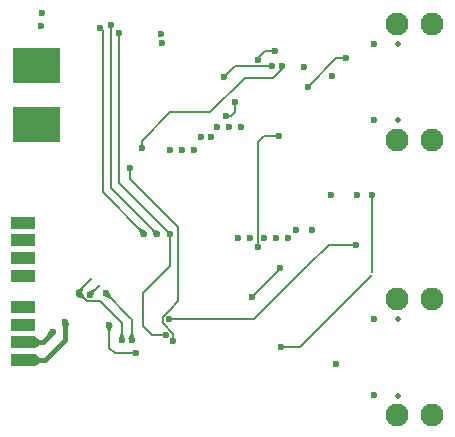
<source format=gbr>
G04 #@! TF.GenerationSoftware,KiCad,Pcbnew,9.0.2*
G04 #@! TF.CreationDate,2025-09-03T18:49:59+02:00*
G04 #@! TF.ProjectId,Afterburner_Nano,41667465-7262-4757-926e-65725f4e616e,rev?*
G04 #@! TF.SameCoordinates,Original*
G04 #@! TF.FileFunction,Copper,L4,Bot*
G04 #@! TF.FilePolarity,Positive*
%FSLAX46Y46*%
G04 Gerber Fmt 4.6, Leading zero omitted, Abs format (unit mm)*
G04 Created by KiCad (PCBNEW 9.0.2) date 2025-09-03 18:49:59*
%MOMM*%
%LPD*%
G01*
G04 APERTURE LIST*
G04 Aperture macros list*
%AMFreePoly0*
4,1,5,0.500000,-0.500000,-0.500000,-0.500000,-0.500000,0.500000,0.500000,0.500000,0.500000,-0.500000,0.500000,-0.500000,$1*%
G04 Aperture macros list end*
G04 #@! TA.AperFunction,ComponentPad*
%ADD10C,1.950000*%
G04 #@! TD*
G04 #@! TA.AperFunction,ComponentPad*
%ADD11C,0.510000*%
G04 #@! TD*
G04 #@! TA.AperFunction,ComponentPad*
%ADD12FreePoly0,0.000000*%
G04 #@! TD*
G04 #@! TA.AperFunction,ComponentPad*
%ADD13R,2.000000X1.000000*%
G04 #@! TD*
G04 #@! TA.AperFunction,ViaPad*
%ADD14C,0.600000*%
G04 #@! TD*
G04 #@! TA.AperFunction,Conductor*
%ADD15C,0.150000*%
G04 #@! TD*
G04 #@! TA.AperFunction,Conductor*
%ADD16C,0.200000*%
G04 #@! TD*
G04 #@! TA.AperFunction,Conductor*
%ADD17C,0.400000*%
G04 #@! TD*
G04 APERTURE END LIST*
D10*
X207550000Y-29295000D03*
X210550000Y-29295000D03*
X210550000Y-19505000D03*
X207550000Y-19505000D03*
D11*
X207650000Y-27650000D03*
X207650000Y-21150000D03*
D10*
X207550000Y-52600000D03*
X210550000Y-52600000D03*
X210550000Y-42810000D03*
X207550000Y-42810000D03*
D11*
X207650000Y-50955000D03*
X207650000Y-44455000D03*
D12*
X175500000Y-27000000D03*
X175500000Y-28000000D03*
X175500000Y-29000000D03*
X176500000Y-27000000D03*
X176500000Y-28000000D03*
X176500000Y-29000000D03*
X177500000Y-27000000D03*
X177500000Y-28000000D03*
X177500000Y-29000000D03*
X178500000Y-27000000D03*
X178500000Y-28000000D03*
X178500000Y-29000000D03*
X175500000Y-22000000D03*
X175500000Y-23000000D03*
X175500000Y-24000000D03*
X176500000Y-22000000D03*
X176500000Y-23000000D03*
X176500000Y-24000000D03*
X177500000Y-22000000D03*
X177500000Y-23000000D03*
X177500000Y-24000000D03*
X178500000Y-22000000D03*
X178500000Y-23000000D03*
X178500000Y-24000000D03*
D13*
X175850000Y-43450000D03*
X175850000Y-44950000D03*
X175850000Y-46450000D03*
X175850000Y-47950000D03*
X175850000Y-36300000D03*
X175850000Y-37800000D03*
X175850000Y-39300000D03*
X175850000Y-40800000D03*
D14*
X202068500Y-23895000D03*
X201960000Y-33960000D03*
X196290000Y-37620000D03*
X205594500Y-44505000D03*
X199020000Y-36890000D03*
X192330000Y-28170000D03*
X195060000Y-37620000D03*
X202410000Y-48270000D03*
X200350000Y-36920000D03*
X205594500Y-21200000D03*
X188350000Y-30150000D03*
X193330000Y-28170000D03*
X198300000Y-37620000D03*
X194330000Y-28170000D03*
X205594500Y-27600000D03*
X197300000Y-37620000D03*
X192330000Y-28180000D03*
X190350000Y-30150000D03*
X189350000Y-30150000D03*
X205594500Y-50905000D03*
X199650000Y-23100000D03*
X190920000Y-29050000D03*
X194060000Y-37620000D03*
X191800000Y-29020000D03*
X204090000Y-38180000D03*
X188245000Y-44505000D03*
X185080000Y-46240000D03*
X182918902Y-42300000D03*
X180620000Y-42300000D03*
X184260000Y-46250000D03*
X181515000Y-42425000D03*
X204120000Y-33970000D03*
X205400000Y-33950000D03*
X197733847Y-46827998D03*
X185960000Y-29970000D03*
X197780000Y-23040000D03*
X197550000Y-29010000D03*
X195750000Y-38390000D03*
X203268500Y-22395000D03*
X200000000Y-24800000D03*
X197250000Y-21750000D03*
X195749999Y-22500000D03*
X193800000Y-26125002D03*
X193040000Y-27250000D03*
X192900000Y-23950000D03*
X196950000Y-23050000D03*
X177440000Y-19630000D03*
X187566731Y-20358600D03*
X187680000Y-21100000D03*
X177450000Y-18600000D03*
X188590002Y-46290002D03*
X184900000Y-31680000D03*
X178450000Y-45550000D03*
X179450000Y-44750000D03*
X183170000Y-44940000D03*
X185470000Y-47370000D03*
X183350000Y-19590000D03*
X187260000Y-37290000D03*
X186160000Y-37260000D03*
X182360000Y-19810000D03*
X187990000Y-45840000D03*
X184020000Y-20250000D03*
X188340000Y-37280000D03*
X197600000Y-40190000D03*
X195230000Y-42640000D03*
D15*
X195425000Y-44505000D02*
X199930000Y-40000000D01*
X201750000Y-38180000D02*
X204050000Y-38180000D01*
X199930000Y-40000000D02*
X201750000Y-38180000D01*
X188245000Y-44505000D02*
X195425000Y-44505000D01*
D16*
X184959451Y-46119451D02*
X185095110Y-45983792D01*
D15*
X185080000Y-46240000D02*
X184959451Y-46119451D01*
D16*
X184959451Y-44340549D02*
X182918902Y-42300000D01*
X185095110Y-45983792D02*
X185095110Y-44476208D01*
X185095110Y-44476208D02*
X184959451Y-44340549D01*
X182406000Y-42976000D02*
X181286768Y-42976000D01*
D15*
X180620000Y-42070000D02*
X180620000Y-42300000D01*
D16*
X184260000Y-44830000D02*
X182406000Y-42976000D01*
D15*
X181710000Y-40980000D02*
X180620000Y-42070000D01*
X180620000Y-42300000D02*
X180620000Y-42640000D01*
D16*
X181286768Y-42976000D02*
X180620000Y-42309232D01*
X184260000Y-46250000D02*
X184260000Y-44830000D01*
X180620000Y-42309232D02*
X180620000Y-42300000D01*
D15*
X181515000Y-42425000D02*
X181525000Y-42425000D01*
X182360000Y-41580000D02*
X181515000Y-42425000D01*
X205430000Y-40740000D02*
X199350000Y-46820000D01*
X205400000Y-33950000D02*
X205400000Y-40460000D01*
X199350000Y-46820000D02*
X197730000Y-46820000D01*
X188360000Y-26980000D02*
X191690000Y-26980000D01*
X197780000Y-23310000D02*
X197780000Y-23040000D01*
X197070000Y-24020000D02*
X197780000Y-23310000D01*
X194650000Y-24020000D02*
X197070000Y-24020000D01*
X185960000Y-29380000D02*
X188360000Y-26980000D01*
X185960000Y-29970000D02*
X185960000Y-29380000D01*
X191690000Y-26980000D02*
X194650000Y-24020000D01*
X196250000Y-29010000D02*
X197550000Y-29010000D01*
X195750000Y-29510000D02*
X196250000Y-29010000D01*
X195750000Y-38390000D02*
X195750000Y-29510000D01*
X200000000Y-24800000D02*
X202405000Y-22395000D01*
X202405000Y-22395000D02*
X203268500Y-22395000D01*
X195749999Y-22500000D02*
X195749999Y-22350001D01*
X197250000Y-21750000D02*
X197300000Y-21750000D01*
X196350000Y-21750000D02*
X197250000Y-21750000D01*
X195749999Y-22350001D02*
X196350000Y-21750000D01*
X193800000Y-26970000D02*
X193800000Y-26125002D01*
X193520000Y-27250000D02*
X193800000Y-26970000D01*
X193040000Y-27250000D02*
X193520000Y-27250000D01*
X196950000Y-23050000D02*
X193800000Y-23050000D01*
X193800000Y-23050000D02*
X192900000Y-23950000D01*
X184960000Y-31740000D02*
X184900000Y-31680000D01*
X188590002Y-45696125D02*
X188590002Y-46290002D01*
X188311123Y-43695000D02*
X187719000Y-44287123D01*
X189040000Y-42970000D02*
X188315000Y-43695000D01*
X187719000Y-44825123D02*
X188590002Y-45696125D01*
X188315000Y-43695000D02*
X188311123Y-43695000D01*
X184960000Y-32590000D02*
X184960000Y-31740000D01*
X187719000Y-44287123D02*
X187719000Y-44825123D01*
X189040000Y-36670000D02*
X189040000Y-42970000D01*
X184960000Y-32590000D02*
X189040000Y-36670000D01*
D17*
X177550000Y-46450000D02*
X178450000Y-45550000D01*
X175850000Y-46450000D02*
X177550000Y-46450000D01*
X179450000Y-44750000D02*
X179450000Y-46210000D01*
X177710000Y-47950000D02*
X175850000Y-47950000D01*
X179450000Y-46210000D02*
X177710000Y-47950000D01*
D15*
X183630000Y-47370000D02*
X183170000Y-46910000D01*
X185520000Y-47370000D02*
X185470000Y-47370000D01*
X185470000Y-47370000D02*
X183630000Y-47370000D01*
X183170000Y-46910000D02*
X183170000Y-44940000D01*
X183350000Y-33380000D02*
X183350000Y-19590000D01*
X187260000Y-37290000D02*
X183350000Y-33380000D01*
X182620000Y-33720000D02*
X182620000Y-20040000D01*
X186160000Y-37260000D02*
X182620000Y-33720000D01*
X182620000Y-20040000D02*
X182390000Y-19810000D01*
X182390000Y-19810000D02*
X182360000Y-19810000D01*
X184020000Y-32960000D02*
X188340000Y-37280000D01*
X186010000Y-45060000D02*
X186010000Y-42290000D01*
X184020000Y-20250000D02*
X184020000Y-32960000D01*
X186010000Y-42290000D02*
X188340000Y-39960000D01*
X188340000Y-39960000D02*
X188340000Y-37280000D01*
X187990000Y-45840000D02*
X186790000Y-45840000D01*
X186790000Y-45840000D02*
X186010000Y-45060000D01*
D16*
X197600000Y-40190000D02*
X197600000Y-40270000D01*
X197600000Y-40270000D02*
X195230000Y-42640000D01*
G04 #@! TA.AperFunction,Conductor*
G36*
X183173246Y-42144116D02*
G01*
X183174095Y-42145626D01*
X183245982Y-42299293D01*
X183365693Y-42555193D01*
X183406324Y-42642046D01*
X183406725Y-42650992D01*
X183403999Y-42655277D01*
X183274179Y-42785097D01*
X183265906Y-42788524D01*
X183260949Y-42787422D01*
X183110330Y-42716961D01*
X182764528Y-42555193D01*
X182758487Y-42548583D01*
X182758888Y-42539637D01*
X182759737Y-42538127D01*
X182916887Y-42301263D01*
X182920165Y-42297985D01*
X183157029Y-42140834D01*
X183165817Y-42139116D01*
X183173246Y-42144116D01*
G37*
G04 #@! TD.AperFunction*
G04 #@! TA.AperFunction,Conductor*
G36*
X185194959Y-45649191D02*
G01*
X185197782Y-45653754D01*
X185370038Y-46168919D01*
X185369412Y-46177852D01*
X185362652Y-46183725D01*
X185361262Y-46184097D01*
X185082320Y-46240530D01*
X185077680Y-46240530D01*
X184799408Y-46184233D01*
X184791979Y-46179233D01*
X184790260Y-46170445D01*
X184790831Y-46168506D01*
X184991988Y-45653754D01*
X184992202Y-45653204D01*
X184998405Y-45646747D01*
X185003099Y-45645764D01*
X185186686Y-45645764D01*
X185194959Y-45649191D01*
G37*
G04 #@! TD.AperFunction*
G04 #@! TA.AperFunction,Conductor*
G36*
X180849039Y-41749647D02*
G01*
X180943979Y-41844587D01*
X180947406Y-41852860D01*
X180947381Y-41853626D01*
X180915107Y-42345252D01*
X180911145Y-42353283D01*
X180902666Y-42356161D01*
X180901181Y-42355967D01*
X180624088Y-42301647D01*
X180616630Y-42296694D01*
X180459268Y-42059510D01*
X180457549Y-42050722D01*
X180461740Y-42043881D01*
X180833494Y-41748756D01*
X180842102Y-41746296D01*
X180849039Y-41749647D01*
G37*
G04 #@! TD.AperFunction*
G04 #@! TA.AperFunction,Conductor*
G36*
X180626482Y-42310377D02*
G01*
X180629740Y-42313635D01*
X180781328Y-42541412D01*
X180783059Y-42550198D01*
X180779811Y-42556217D01*
X180698418Y-42636623D01*
X180690195Y-42640000D01*
X180549805Y-42640000D01*
X180541583Y-42636624D01*
X180460189Y-42556218D01*
X180456711Y-42547965D01*
X180458669Y-42541415D01*
X180610260Y-42313634D01*
X180617696Y-42308646D01*
X180626482Y-42310377D01*
G37*
G04 #@! TD.AperFunction*
G04 #@! TA.AperFunction,Conductor*
G36*
X180874221Y-42144197D02*
G01*
X180875122Y-42145821D01*
X181102924Y-42646710D01*
X181103230Y-42655660D01*
X181100547Y-42659827D01*
X180970728Y-42789646D01*
X180962455Y-42793073D01*
X180957383Y-42791916D01*
X180465430Y-42555262D01*
X180459460Y-42548588D01*
X180459959Y-42539647D01*
X180460753Y-42538251D01*
X180617985Y-42301263D01*
X180621263Y-42297985D01*
X180858006Y-42140915D01*
X180866792Y-42139197D01*
X180874221Y-42144197D01*
G37*
G04 #@! TD.AperFunction*
G04 #@! TA.AperFunction,Conductor*
G36*
X184360070Y-45659191D02*
G01*
X184362796Y-45663476D01*
X184549608Y-46178709D01*
X184549207Y-46187655D01*
X184542597Y-46193696D01*
X184540929Y-46194165D01*
X184262320Y-46250530D01*
X184257680Y-46250530D01*
X183979070Y-46194165D01*
X183971641Y-46189165D01*
X183969922Y-46180377D01*
X183970387Y-46178720D01*
X184157204Y-45663476D01*
X184163245Y-45656866D01*
X184168203Y-45655764D01*
X184351797Y-45655764D01*
X184360070Y-45659191D01*
G37*
G04 #@! TD.AperFunction*
G04 #@! TA.AperFunction,Conductor*
G36*
X181887708Y-41957332D02*
G01*
X181982667Y-42052291D01*
X181986094Y-42060564D01*
X181985184Y-42065087D01*
X181769910Y-42578623D01*
X181763551Y-42584928D01*
X181754597Y-42584890D01*
X181752652Y-42583849D01*
X181516265Y-42427015D01*
X181512984Y-42423734D01*
X181356150Y-42187347D01*
X181354431Y-42178559D01*
X181359431Y-42171130D01*
X181361370Y-42170092D01*
X181874912Y-41954814D01*
X181883866Y-41954777D01*
X181887708Y-41957332D01*
G37*
G04 #@! TD.AperFunction*
G04 #@! TA.AperFunction,Conductor*
G36*
X178210062Y-45389634D02*
G01*
X178448734Y-45547984D01*
X178452015Y-45551265D01*
X178610365Y-45789937D01*
X178612084Y-45798725D01*
X178607331Y-45805986D01*
X178179277Y-46105972D01*
X178170535Y-46107914D01*
X178164289Y-46104664D01*
X177895335Y-45835710D01*
X177891908Y-45827437D01*
X177894025Y-45820725D01*
X178194015Y-45392666D01*
X178201567Y-45387860D01*
X178210062Y-45389634D01*
G37*
G04 #@! TD.AperFunction*
G04 #@! TA.AperFunction,Conductor*
G36*
X176855501Y-45953300D02*
G01*
X177344320Y-46246592D01*
X177349651Y-46253787D01*
X177350000Y-46256625D01*
X177350000Y-46643375D01*
X177346573Y-46651648D01*
X177344320Y-46653408D01*
X176855504Y-46946697D01*
X176846646Y-46948015D01*
X176844256Y-46947131D01*
X176843387Y-46946697D01*
X175869953Y-46460466D01*
X175864084Y-46453704D01*
X175864715Y-46444772D01*
X175869953Y-46439533D01*
X176844258Y-45952867D01*
X176853188Y-45952237D01*
X176855501Y-45953300D01*
G37*
G04 #@! TD.AperFunction*
G04 #@! TA.AperFunction,Conductor*
G36*
X179733056Y-44806265D02*
G01*
X179740485Y-44811265D01*
X179742259Y-44819760D01*
X179651702Y-45334563D01*
X179646894Y-45342117D01*
X179640179Y-45344236D01*
X179259821Y-45344236D01*
X179251548Y-45340809D01*
X179248298Y-45334563D01*
X179157740Y-44819760D01*
X179159682Y-44811018D01*
X179166942Y-44806265D01*
X179447682Y-44749469D01*
X179452318Y-44749469D01*
X179733056Y-44806265D01*
G37*
G04 #@! TD.AperFunction*
G04 #@! TA.AperFunction,Conductor*
G36*
X176855501Y-47453300D02*
G01*
X177344320Y-47746592D01*
X177349651Y-47753787D01*
X177350000Y-47756625D01*
X177350000Y-48143375D01*
X177346573Y-48151648D01*
X177344320Y-48153408D01*
X176855504Y-48446697D01*
X176846646Y-48448015D01*
X176844256Y-48447131D01*
X176843387Y-48446697D01*
X175869953Y-47960466D01*
X175864084Y-47953704D01*
X175864715Y-47944772D01*
X175869953Y-47939533D01*
X176844258Y-47452867D01*
X176853188Y-47452237D01*
X176855501Y-47453300D01*
G37*
G04 #@! TD.AperFunction*
G04 #@! TA.AperFunction,Conductor*
G36*
X183450370Y-44995721D02*
G01*
X183457798Y-45000721D01*
X183459517Y-45009509D01*
X183458877Y-45011620D01*
X183247975Y-45526967D01*
X183241670Y-45533326D01*
X183237147Y-45534236D01*
X183102853Y-45534236D01*
X183094580Y-45530809D01*
X183092025Y-45526967D01*
X182881122Y-45011620D01*
X182881160Y-45002666D01*
X182887519Y-44996361D01*
X182889622Y-44995723D01*
X183167682Y-44939469D01*
X183172318Y-44939469D01*
X183450370Y-44995721D01*
G37*
G04 #@! TD.AperFunction*
G04 #@! TA.AperFunction,Conductor*
G36*
X186900087Y-36819815D02*
G01*
X187082668Y-36896353D01*
X187413623Y-37035089D01*
X187419928Y-37041448D01*
X187419890Y-37050402D01*
X187418849Y-37052347D01*
X187262015Y-37288734D01*
X187258734Y-37292015D01*
X187022347Y-37448849D01*
X187013559Y-37450568D01*
X187006130Y-37445568D01*
X187005089Y-37443623D01*
X186789815Y-36930087D01*
X186789777Y-36921133D01*
X186792330Y-36917293D01*
X186887292Y-36822331D01*
X186895564Y-36818905D01*
X186900087Y-36819815D01*
G37*
G04 #@! TD.AperFunction*
G04 #@! TA.AperFunction,Conductor*
G36*
X185800087Y-36789815D02*
G01*
X185982668Y-36866353D01*
X186313623Y-37005089D01*
X186319928Y-37011448D01*
X186319890Y-37020402D01*
X186318849Y-37022347D01*
X186162015Y-37258734D01*
X186158734Y-37262015D01*
X185922347Y-37418849D01*
X185913559Y-37420568D01*
X185906130Y-37415568D01*
X185905089Y-37413623D01*
X185689815Y-36900087D01*
X185689777Y-36891133D01*
X185692330Y-36887293D01*
X185787292Y-36792331D01*
X185795564Y-36788905D01*
X185800087Y-36789815D01*
G37*
G04 #@! TD.AperFunction*
M02*

</source>
